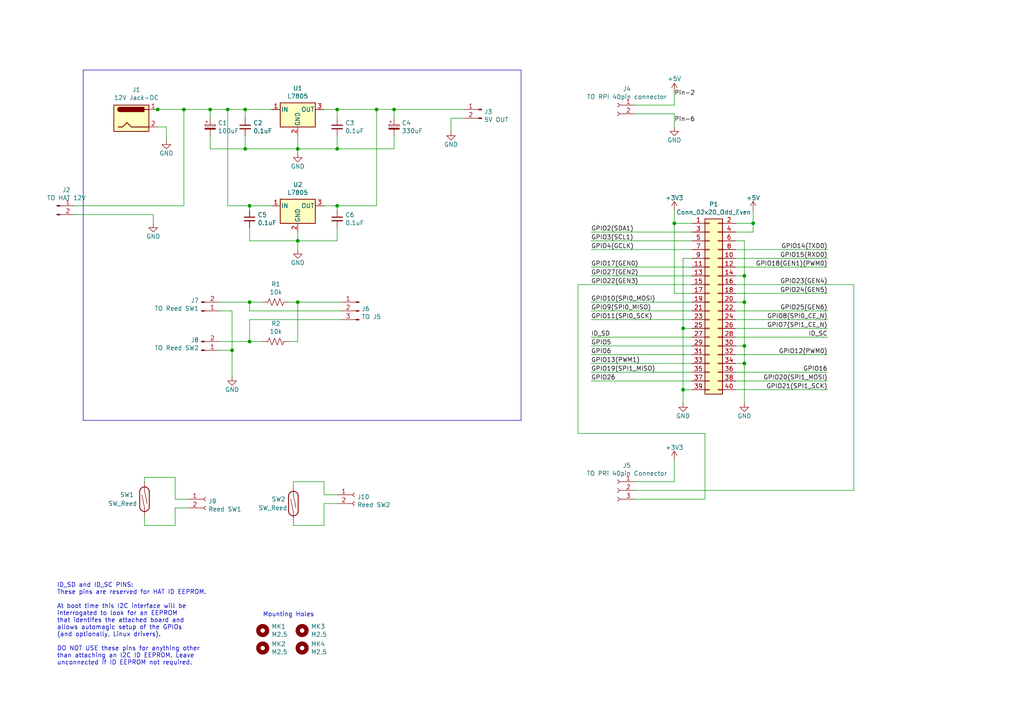
<source format=kicad_sch>
(kicad_sch (version 20230121) (generator eeschema)
  (paper "A4")
  (title_block (title "M913 ICHIGO-GO ") (date "2022-02-06") (rev "1.00") (company "FAB 878 <Masafumi Horimoto>"))
  (lib_symbols
    (symbol "Connector:Jack-DC" (pin_names (offset 1.016))
      (property "Reference" "J" (at 0 5.334 0))
      (property "Value" "Jack-DC" (at 0 -5.08 0))
      (symbol "Jack-DC_0_1"
        (rectangle (start -5.08 3.81) (end 5.08 -3.81) (stroke (width 0.254)) (fill (type background)))
        (arc (start -3.302 3.175) (mid -3.9343 2.54) (end -3.302 1.905) (stroke (width 0.254)))
        (arc (start -3.302 3.175) (mid -3.9343 2.54) (end -3.302 1.905) (stroke (width 0.254)) (fill (type outline)))
        (polyline (pts (xy 5.08 2.54) (xy 3.81 2.54)) (stroke (width 0.254)))
        (polyline (pts (xy -3.81 -2.54) (xy -2.54 -2.54) (xy -1.27 -1.27) (xy 0 -2.54) (xy 2.54 -2.54) (xy 5.08 -2.54)) (stroke (width 0.254)))
        (rectangle (start 3.683 3.175) (end -3.302 1.905) (stroke (width 0.254)) (fill (type outline)))
      )
      (symbol "Jack-DC_1_1"
        (pin passive line (at 7.62 2.54 180) (length 2.54) (name "~") (number "1"))
        (pin passive line (at 7.62 -2.54 180) (length 2.54) (name "~") (number "2"))
      )
    )
    (symbol "Connector_Generic:Conn_02x20_Odd_Even" (pin_names (offset 1.016) hide)
      (property "Reference" "J" (at 1.27 25.4 0))
      (property "Value" "Conn_02x20_Odd_Even" (at 1.27 -27.94 0))
      (symbol "Conn_02x20_Odd_Even_1_1"
        (rectangle (start -1.27 -25.273) (end 0 -25.527) (stroke (width 0.1524)))
        (rectangle (start -1.27 -22.733) (end 0 -22.987) (stroke (width 0.1524)))
        (rectangle (start -1.27 -20.193) (end 0 -20.447) (stroke (width 0.1524)))
        (rectangle (start -1.27 -17.653) (end 0 -17.907) (stroke (width 0.1524)))
        (rectangle (start -1.27 -15.113) (end 0 -15.367) (stroke (width 0.1524)))
        (rectangle (start -1.27 -12.573) (end 0 -12.827) (stroke (width 0.1524)))
        (rectangle (start -1.27 -10.033) (end 0 -10.287) (stroke (width 0.1524)))
        (rectangle (start -1.27 -7.493) (end 0 -7.747) (stroke (width 0.1524)))
        (rectangle (start -1.27 -4.953) (end 0 -5.207) (stroke (width 0.1524)))
        (rectangle (start -1.27 -2.413) (end 0 -2.667) (stroke (width 0.1524)))
        (rectangle (start -1.27 0.127) (end 0 -0.127) (stroke (width 0.1524)))
        (rectangle (start -1.27 2.667) (end 0 2.413) (stroke (width 0.1524)))
        (rectangle (start -1.27 5.207) (end 0 4.953) (stroke (width 0.1524)))
        (rectangle (start -1.27 7.747) (end 0 7.493) (stroke (width 0.1524)))
        (rectangle (start -1.27 10.287) (end 0 10.033) (stroke (width 0.1524)))
        (rectangle (start -1.27 12.827) (end 0 12.573) (stroke (width 0.1524)))
        (rectangle (start -1.27 15.367) (end 0 15.113) (stroke (width 0.1524)))
        (rectangle (start -1.27 17.907) (end 0 17.653) (stroke (width 0.1524)))
        (rectangle (start -1.27 20.447) (end 0 20.193) (stroke (width 0.1524)))
        (rectangle (start -1.27 22.987) (end 0 22.733) (stroke (width 0.1524)))
        (rectangle (start -1.27 24.13) (end 3.81 -26.67) (stroke (width 0.254)) (fill (type background)))
        (rectangle (start 3.81 -25.273) (end 2.54 -25.527) (stroke (width 0.1524)))
        (rectangle (start 3.81 -22.733) (end 2.54 -22.987) (stroke (width 0.1524)))
        (rectangle (start 3.81 -20.193) (end 2.54 -20.447) (stroke (width 0.1524)))
        (rectangle (start 3.81 -17.653) (end 2.54 -17.907) (stroke (width 0.1524)))
        (rectangle (start 3.81 -15.113) (end 2.54 -15.367) (stroke (width 0.1524)))
        (rectangle (start 3.81 -12.573) (end 2.54 -12.827) (stroke (width 0.1524)))
        (rectangle (start 3.81 -10.033) (end 2.54 -10.287) (stroke (width 0.1524)))
        (rectangle (start 3.81 -7.493) (end 2.54 -7.747) (stroke (width 0.1524)))
        (rectangle (start 3.81 -4.953) (end 2.54 -5.207) (stroke (width 0.1524)))
        (rectangle (start 3.81 -2.413) (end 2.54 -2.667) (stroke (width 0.1524)))
        (rectangle (start 3.81 0.127) (end 2.54 -0.127) (stroke (width 0.1524)))
        (rectangle (start 3.81 2.667) (end 2.54 2.413) (stroke (width 0.1524)))
        (rectangle (start 3.81 5.207) (end 2.54 4.953) (stroke (width 0.1524)))
        (rectangle (start 3.81 7.747) (end 2.54 7.493) (stroke (width 0.1524)))
        (rectangle (start 3.81 10.287) (end 2.54 10.033) (stroke (width 0.1524)))
        (rectangle (start 3.81 12.827) (end 2.54 12.573) (stroke (width 0.1524)))
        (rectangle (start 3.81 15.367) (end 2.54 15.113) (stroke (width 0.1524)))
        (rectangle (start 3.81 17.907) (end 2.54 17.653) (stroke (width 0.1524)))
        (rectangle (start 3.81 20.447) (end 2.54 20.193) (stroke (width 0.1524)))
        (rectangle (start 3.81 22.987) (end 2.54 22.733) (stroke (width 0.1524)))
        (pin passive line (at -5.08 22.86 0) (length 3.81) (name "Pin_1") (number "1"))
        (pin passive line (at 7.62 12.7 180) (length 3.81) (name "Pin_10") (number "10"))
        (pin passive line (at -5.08 10.16 0) (length 3.81) (name "Pin_11") (number "11"))
        (pin passive line (at 7.62 10.16 180) (length 3.81) (name "Pin_12") (number "12"))
        (pin passive line (at -5.08 7.62 0) (length 3.81) (name "Pin_13") (number "13"))
        (pin passive line (at 7.62 7.62 180) (length 3.81) (name "Pin_14") (number "14"))
        (pin passive line (at -5.08 5.08 0) (length 3.81) (name "Pin_15") (number "15"))
        (pin passive line (at 7.62 5.08 180) (length 3.81) (name "Pin_16") (number "16"))
        (pin passive line (at -5.08 2.54 0) (length 3.81) (name "Pin_17") (number "17"))
        (pin passive line (at 7.62 2.54 180) (length 3.81) (name "Pin_18") (number "18"))
        (pin passive line (at -5.08 0 0) (length 3.81) (name "Pin_19") (number "19"))
        (pin passive line (at 7.62 22.86 180) (length 3.81) (name "Pin_2") (number "2"))
        (pin passive line (at 7.62 0 180) (length 3.81) (name "Pin_20") (number "20"))
        (pin passive line (at -5.08 -2.54 0) (length 3.81) (name "Pin_21") (number "21"))
        (pin passive line (at 7.62 -2.54 180) (length 3.81) (name "Pin_22") (number "22"))
        (pin passive line (at -5.08 -5.08 0) (length 3.81) (name "Pin_23") (number "23"))
        (pin passive line (at 7.62 -5.08 180) (length 3.81) (name "Pin_24") (number "24"))
        (pin passive line (at -5.08 -7.62 0) (length 3.81) (name "Pin_25") (number "25"))
        (pin passive line (at 7.62 -7.62 180) (length 3.81) (name "Pin_26") (number "26"))
        (pin passive line (at -5.08 -10.16 0) (length 3.81) (name "Pin_27") (number "27"))
        (pin passive line (at 7.62 -10.16 180) (length 3.81) (name "Pin_28") (number "28"))
        (pin passive line (at -5.08 -12.7 0) (length 3.81) (name "Pin_29") (number "29"))
        (pin passive line (at -5.08 20.32 0) (length 3.81) (name "Pin_3") (number "3"))
        (pin passive line (at 7.62 -12.7 180) (length 3.81) (name "Pin_30") (number "30"))
        (pin passive line (at -5.08 -15.24 0) (length 3.81) (name "Pin_31") (number "31"))
        (pin passive line (at 7.62 -15.24 180) (length 3.81) (name "Pin_32") (number "32"))
        (pin passive line (at -5.08 -17.78 0) (length 3.81) (name "Pin_33") (number "33"))
        (pin passive line (at 7.62 -17.78 180) (length 3.81) (name "Pin_34") (number "34"))
        (pin passive line (at -5.08 -20.32 0) (length 3.81) (name "Pin_35") (number "35"))
        (pin passive line (at 7.62 -20.32 180) (length 3.81) (name "Pin_36") (number "36"))
        (pin passive line (at -5.08 -22.86 0) (length 3.81) (name "Pin_37") (number "37"))
        (pin passive line (at 7.62 -22.86 180) (length 3.81) (name "Pin_38") (number "38"))
        (pin passive line (at -5.08 -25.4 0) (length 3.81) (name "Pin_39") (number "39"))
        (pin passive line (at 7.62 20.32 180) (length 3.81) (name "Pin_4") (number "4"))
        (pin passive line (at 7.62 -25.4 180) (length 3.81) (name "Pin_40") (number "40"))
        (pin passive line (at -5.08 17.78 0) (length 3.81) (name "Pin_5") (number "5"))
        (pin passive line (at 7.62 17.78 180) (length 3.81) (name "Pin_6") (number "6"))
        (pin passive line (at -5.08 15.24 0) (length 3.81) (name "Pin_7") (number "7"))
        (pin passive line (at 7.62 15.24 180) (length 3.81) (name "Pin_8") (number "8"))
        (pin passive line (at -5.08 12.7 0) (length 3.81) (name "Pin_9") (number "9"))
      )
    )
    (symbol "Device:C_Small" (pin_numbers hide) (pin_names (offset 0.254) hide)
      (property "Reference" "C" (at 0.254 1.778 0))
      (property "Value" "C_Small" (at 0.254 -2.032 0))
      (symbol "C_Small_0_1"
        (polyline (pts (xy -1.524 -0.508) (xy 1.524 -0.508)) (stroke (width 0.3302)))
        (polyline (pts (xy -1.524 0.508) (xy 1.524 0.508)) (stroke (width 0.3048)))
      )
      (symbol "C_Small_1_1"
        (pin passive line (at 0 2.54 270) (length 2.032) (name "~") (number "1"))
        (pin passive line (at 0 -2.54 90) (length 2.032) (name "~") (number "2"))
      )
    )
    (symbol "Device:R_US" (pin_numbers hide) (pin_names (offset 0))
      (property "Reference" "R" (at 2.54 0 90))
      (property "Value" "R_US" (at -2.54 0 90))
      (symbol "R_US_0_1"
        (polyline (pts (xy 0 -2.286) (xy 0 -2.54)))
        (polyline (pts (xy 0 2.286) (xy 0 2.54)))
        (polyline (pts (xy 0 -0.762) (xy 1.016 -1.143) (xy 0 -1.524) (xy -1.016 -1.905) (xy 0 -2.286)))
        (polyline (pts (xy 0 0.762) (xy 1.016 0.381) (xy 0 0) (xy -1.016 -0.381) (xy 0 -0.762)))
        (polyline (pts (xy 0 2.286) (xy 1.016 1.905) (xy 0 1.524) (xy -1.016 1.143) (xy 0 0.762)))
      )
      (symbol "R_US_1_1"
        (pin passive line (at 0 3.81 270) (length 1.27) (name "~") (number "1"))
        (pin passive line (at 0 -3.81 90) (length 1.27) (name "~") (number "2"))
      )
    )
    (symbol "M913-rescue:+3.3V-power" (power) (pin_names (offset 0))
      (property "Value" "+3.3V-power" (at 0 3.556 0))
      (symbol "+3.3V-power_0_1"
        (polyline (pts (xy -0.762 1.27) (xy 0 2.54)))
        (polyline (pts (xy 0 0) (xy 0 2.54)))
        (polyline (pts (xy 0 2.54) (xy 0.762 1.27)))
      )
      (symbol "+3.3V-power_1_1"
        (pin power_in line (at 0 0 90) (length 0) hide (name "+3V3") (number "1"))
      )
    )
    (symbol "M913-rescue:CP_Small-Device" (pin_numbers hide) (pin_names (offset 0.254) hide)
      (property "Reference" "C" (at 0.254 1.778 0))
      (property "Value" "Device_CP_Small" (at 0.254 -2.032 0))
      (symbol "CP_Small-Device_0_1"
        (rectangle (start -1.524 -0.3048) (end 1.524 -0.6858) (fill (type outline)))
        (rectangle (start -1.524 0.6858) (end 1.524 0.3048))
        (polyline (pts (xy -1.27 1.524) (xy -0.762 1.524)))
        (polyline (pts (xy -1.016 1.27) (xy -1.016 1.778)))
      )
      (symbol "CP_Small-Device_1_1"
        (pin passive line (at 0 2.54 270) (length 1.8542) (name "~") (number "1"))
        (pin passive line (at 0 -2.54 90) (length 1.8542) (name "~") (number "2"))
      )
    )
    (symbol "M913-rescue:Conn_01x02_Female-Connector" (pin_names (offset 1.016) hide)
      (property "Reference" "J" (at 0 2.54 0))
      (property "Value" "Connector_Conn_01x02_Female" (at 0 -5.08 0))
      (symbol "Conn_01x02_Female-Connector_1_1"
        (arc (start 0 -2.032) (mid -0.5058 -2.54) (end 0 -3.048) (stroke (width 0.1524)))
        (polyline (pts (xy -1.27 -2.54) (xy -0.508 -2.54)) (stroke (width 0.1524)))
        (polyline (pts (xy -1.27 0) (xy -0.508 0)) (stroke (width 0.1524)))
        (arc (start 0 0.508) (mid -0.5058 0) (end 0 -0.508) (stroke (width 0.1524)))
        (pin passive line (at -5.08 0 0) (length 3.81) (name "Pin_1") (number "1"))
        (pin passive line (at -5.08 -2.54 0) (length 3.81) (name "Pin_2") (number "2"))
      )
    )
    (symbol "M913-rescue:Conn_01x02_Male-Connector" (pin_names (offset 1.016) hide)
      (property "Reference" "J" (at 0 2.54 0))
      (property "Value" "Connector_Conn_01x02_Male" (at 0 -5.08 0))
      (symbol "Conn_01x02_Male-Connector_1_1"
        (polyline (pts (xy 1.27 -2.54) (xy 0.8636 -2.54)) (stroke (width 0.1524)))
        (polyline (pts (xy 1.27 0) (xy 0.8636 0)) (stroke (width 0.1524)))
        (rectangle (start 0.8636 -2.413) (end 0 -2.667) (stroke (width 0.1524)) (fill (type outline)))
        (rectangle (start 0.8636 0.127) (end 0 -0.127) (stroke (width 0.1524)) (fill (type outline)))
        (pin passive line (at 5.08 0 180) (length 3.81) (name "Pin_1") (number "1"))
        (pin passive line (at 5.08 -2.54 180) (length 3.81) (name "Pin_2") (number "2"))
      )
    )
    (symbol "M913-rescue:Conn_01x03_Female-Connector" (pin_names (offset 1.016) hide)
      (property "Reference" "J" (at 0 5.08 0))
      (property "Value" "Connector_Conn_01x03_Female" (at 0 -5.08 0))
      (symbol "Conn_01x03_Female-Connector_1_1"
        (arc (start 0 -2.032) (mid -0.5058 -2.54) (end 0 -3.048) (stroke (width 0.1524)))
        (polyline (pts (xy -1.27 -2.54) (xy -0.508 -2.54)) (stroke (width 0.1524)))
        (polyline (pts (xy -1.27 0) (xy -0.508 0)) (stroke (width 0.1524)))
        (polyline (pts (xy -1.27 2.54) (xy -0.508 2.54)) (stroke (width 0.1524)))
        (arc (start 0 0.508) (mid -0.5058 0) (end 0 -0.508) (stroke (width 0.1524)))
        (arc (start 0 3.048) (mid -0.5058 2.54) (end 0 2.032) (stroke (width 0.1524)))
        (pin passive line (at -5.08 2.54 0) (length 3.81) (name "Pin_1") (number "1"))
        (pin passive line (at -5.08 0 0) (length 3.81) (name "Pin_2") (number "2"))
        (pin passive line (at -5.08 -2.54 0) (length 3.81) (name "Pin_3") (number "3"))
      )
    )
    (symbol "M913-rescue:Conn_01x03_Male-Connector" (pin_names (offset 1.016) hide)
      (property "Reference" "J" (at 0 5.08 0))
      (property "Value" "Connector_Conn_01x03_Male" (at 0 -5.08 0))
      (symbol "Conn_01x03_Male-Connector_1_1"
        (polyline (pts (xy 1.27 -2.54) (xy 0.8636 -2.54)) (stroke (width 0.1524)))
        (polyline (pts (xy 1.27 0) (xy 0.8636 0)) (stroke (width 0.1524)))
        (polyline (pts (xy 1.27 2.54) (xy 0.8636 2.54)) (stroke (width 0.1524)))
        (rectangle (start 0.8636 -2.413) (end 0 -2.667) (stroke (width 0.1524)) (fill (type outline)))
        (rectangle (start 0.8636 0.127) (end 0 -0.127) (stroke (width 0.1524)) (fill (type outline)))
        (rectangle (start 0.8636 2.667) (end 0 2.413) (stroke (width 0.1524)) (fill (type outline)))
        (pin passive line (at 5.08 2.54 180) (length 3.81) (name "Pin_1") (number "1"))
        (pin passive line (at 5.08 0 180) (length 3.81) (name "Pin_2") (number "2"))
        (pin passive line (at 5.08 -2.54 180) (length 3.81) (name "Pin_3") (number "3"))
      )
    )
    (symbol "M913-rescue:Mounting_Hole-Mechanical" (pin_names (offset 1.016))
      (property "Reference" "MK" (at 0 5.08 0))
      (property "Value" "Mounting_Hole-Mechanical" (at 0 3.175 0))
      (symbol "Mounting_Hole-Mechanical_0_1"
        (circle (center 0 0) (radius 1.27) (stroke (width 1.27)))
      )
    )
    (symbol "Regulator_Linear:L7805" (pin_names (offset 0.254))
      (property "Reference" "U" (at -3.81 3.175 0))
      (property "Value" "L7805" (at 0 3.175 0))
      (symbol "L7805_0_1"
        (rectangle (start -5.08 1.905) (end 5.08 -5.08) (stroke (width 0.254)) (fill (type background)))
      )
      (symbol "L7805_1_1"
        (pin power_in line (at -7.62 0 0) (length 2.54) (name "IN") (number "1"))
        (pin power_in line (at 0 -7.62 90) (length 2.54) (name "GND") (number "2"))
        (pin power_out line (at 7.62 0 180) (length 2.54) (name "OUT") (number "3"))
      )
    )
    (symbol "Switch:SW_Reed" (pin_numbers hide) (pin_names (offset 0) hide)
      (property "Reference" "SW" (at 0 2.54 0))
      (property "Value" "SW_Reed" (at 0 -2.54 0))
      (symbol "SW_Reed_0_0"
        (arc (start -2.159 1.397) (mid -3.55 0) (end -2.159 -1.397) (stroke (width 0.254)))
        (polyline (pts (xy -2.54 0) (xy 1.27 0.762)))
        (polyline (pts (xy -2.159 -1.397) (xy 2.286 -1.397)) (stroke (width 0.254)))
        (polyline (pts (xy 2.159 1.397) (xy -2.159 1.397)) (stroke (width 0.254)))
        (polyline (pts (xy 2.54 0) (xy -1.27 -0.762)))
        (arc (start 2.159 -1.397) (mid 3.55 0) (end 2.159 1.397) (stroke (width 0.254)))
      )
      (symbol "SW_Reed_1_1"
        (pin passive line (at -5.08 0 0) (length 2.54) (name "1") (number "1"))
        (pin passive line (at 5.08 0 180) (length 2.54) (name "2") (number "2"))
      )
    )
    (symbol "power:+5V" (power) (pin_names (offset 0))
      (property "Value" "+5V" (at 0 3.556 0))
      (symbol "+5V_0_1"
        (polyline (pts (xy -0.762 1.27) (xy 0 2.54)))
        (polyline (pts (xy 0 0) (xy 0 2.54)))
        (polyline (pts (xy 0 2.54) (xy 0.762 1.27)))
      )
      (symbol "+5V_1_1"
        (pin power_in line (at 0 0 90) (length 0) hide (name "+5V") (number "1"))
      )
    )
    (symbol "power:GND" (power) (pin_names (offset 0))
      (property "Value" "GND" (at 0 -3.81 0))
      (symbol "GND_0_1"
        (polyline (pts (xy 0 0) (xy 0 -1.27) (xy 1.27 -1.27) (xy 0 -2.54) (xy -1.27 -1.27) (xy 0 -1.27)))
      )
      (symbol "GND_1_1"
        (pin power_in line (at 0 0 270) (length 0) hide (name "GND") (number "1"))
      )
    )
  )
  (junction (at 53.34 31.75))
  (junction (at 67.31 101.6))
  (junction (at 66.04 31.75))
  (junction (at 215.9 100.33))
  (junction (at 72.39 99.06))
  (junction (at 71.12 43.18))
  (junction (at 97.79 43.18))
  (junction (at 71.12 31.75))
  (junction (at 198.12 95.25))
  (junction (at 72.39 87.63))
  (junction (at 86.36 43.18))
  (junction (at 60.96 31.75))
  (junction (at 72.39 59.69))
  (junction (at 215.9 87.63))
  (junction (at 215.9 80.01))
  (junction (at 97.79 31.75))
  (junction (at 97.79 59.69))
  (junction (at 109.22 31.75))
  (junction (at 195.58 64.77))
  (junction (at 215.9 105.41))
  (junction (at 45.72 31.75))
  (junction (at 114.3 31.75))
  (junction (at 198.12 113.03))
  (junction (at 86.36 69.85))
  (junction (at 218.44 64.77))
  (junction (at 86.36 87.63))
  (wire (pts (xy 114.3 34.29) (xy 114.3 31.75)))
  (wire (pts (xy 198.12 95.25) (xy 200.66 95.25)))
  (wire (pts (xy 50.8 147.32) (xy 54.61 147.32)))
  (wire (pts (xy 198.12 113.03) (xy 200.66 113.03)))
  (wire (pts (xy 97.79 59.69) (xy 109.22 59.69)))
  (wire (pts (xy 21.59 62.23) (xy 44.45 62.23)))
  (wire (pts (xy 85.09 152.4) (xy 93.98 152.4)))
  (wire (pts (xy 71.12 43.18) (xy 86.36 43.18)))
  (wire (pts (xy 215.9 87.63) (xy 215.9 100.33)))
  (wire (pts (xy 204.47 125.73) (xy 167.64 125.73)))
  (wire (pts (xy 198.12 74.93) (xy 198.12 95.25)))
  (wire (pts (xy 215.9 100.33) (xy 215.9 105.41)))
  (wire (pts (xy 213.36 72.39) (xy 240.03 72.39)))
  (wire (pts (xy 171.45 107.95) (xy 200.66 107.95)))
  (wire (pts (xy 184.15 144.78) (xy 204.47 144.78)))
  (wire (pts (xy 167.64 82.55) (xy 200.66 82.55)))
  (wire (pts (xy 72.39 92.71) (xy 99.06 92.71)))
  (wire (pts (xy 72.39 66.04) (xy 72.39 69.85)))
  (wire (pts (xy 109.22 59.69) (xy 109.22 31.75)))
  (wire (pts (xy 213.36 92.71) (xy 240.03 92.71)))
  (wire (pts (xy 78.74 59.69) (xy 72.39 59.69)))
  (wire (pts (xy 215.9 69.85) (xy 213.36 69.85)))
  (wire (pts (xy 215.9 105.41) (xy 215.9 116.84)))
  (wire (pts (xy 50.8 152.4) (xy 50.8 147.32)))
  (wire (pts (xy 72.39 90.17) (xy 72.39 87.63)))
  (polyline (pts (xy 24.13 20.32) (xy 151.13 20.32)))
  (wire (pts (xy 171.45 80.01) (xy 200.66 80.01)))
  (wire (pts (xy 213.36 90.17) (xy 240.03 90.17)))
  (wire (pts (xy 45.72 36.83) (xy 48.26 36.83)))
  (wire (pts (xy 213.36 82.55) (xy 247.65 82.55)))
  (wire (pts (xy 213.36 74.93) (xy 240.03 74.93)))
  (wire (pts (xy 200.66 105.41) (xy 171.45 105.41)))
  (wire (pts (xy 114.3 31.75) (xy 134.62 31.75)))
  (wire (pts (xy 67.31 101.6) (xy 67.31 109.22)))
  (wire (pts (xy 72.39 59.69) (xy 66.04 59.69)))
  (wire (pts (xy 195.58 64.77) (xy 200.66 64.77)))
  (wire (pts (xy 41.91 139.7) (xy 41.91 138.43)))
  (wire (pts (xy 213.36 85.09) (xy 240.03 85.09)))
  (wire (pts (xy 130.81 34.29) (xy 130.81 38.1)))
  (wire (pts (xy 213.36 107.95) (xy 240.03 107.95)))
  (wire (pts (xy 213.36 95.25) (xy 240.03 95.25)))
  (wire (pts (xy 97.79 66.04) (xy 97.79 69.85)))
  (wire (pts (xy 60.96 31.75) (xy 66.04 31.75)))
  (wire (pts (xy 218.44 60.96) (xy 218.44 64.77)))
  (wire (pts (xy 99.06 87.63) (xy 86.36 87.63)))
  (wire (pts (xy 76.2 99.06) (xy 72.39 99.06)))
  (wire (pts (xy 60.96 34.29) (xy 60.96 31.75)))
  (wire (pts (xy 218.44 64.77) (xy 213.36 64.77)))
  (wire (pts (xy 72.39 69.85) (xy 86.36 69.85)))
  (wire (pts (xy 63.5 90.17) (xy 67.31 90.17)))
  (wire (pts (xy 72.39 99.06) (xy 63.5 99.06)))
  (wire (pts (xy 50.8 144.78) (xy 54.61 144.78)))
  (wire (pts (xy 184.15 139.7) (xy 195.58 139.7)))
  (wire (pts (xy 195.58 60.96) (xy 195.58 64.77)))
  (wire (pts (xy 71.12 34.29) (xy 71.12 31.75)))
  (wire (pts (xy 213.36 110.49) (xy 240.03 110.49)))
  (polyline (pts (xy 151.13 20.32) (xy 151.13 121.92)))
  (wire (pts (xy 195.58 64.77) (xy 195.58 85.09)))
  (wire (pts (xy 171.45 100.33) (xy 200.66 100.33)))
  (wire (pts (xy 200.66 77.47) (xy 171.45 77.47)))
  (wire (pts (xy 86.36 39.37) (xy 86.36 43.18)))
  (wire (pts (xy 93.98 31.75) (xy 97.79 31.75)))
  (wire (pts (xy 247.65 142.24) (xy 184.15 142.24)))
  (wire (pts (xy 171.45 69.85) (xy 200.66 69.85)))
  (wire (pts (xy 204.47 144.78) (xy 204.47 125.73)))
  (wire (pts (xy 184.15 30.48) (xy 195.58 30.48)))
  (wire (pts (xy 171.45 72.39) (xy 200.66 72.39)))
  (wire (pts (xy 86.36 69.85) (xy 86.36 67.31)))
  (wire (pts (xy 198.12 95.25) (xy 198.12 113.03)))
  (wire (pts (xy 45.72 31.75) (xy 53.34 31.75)))
  (wire (pts (xy 97.79 69.85) (xy 86.36 69.85)))
  (wire (pts (xy 48.26 36.83) (xy 48.26 40.64)))
  (wire (pts (xy 109.22 31.75) (xy 114.3 31.75)))
  (wire (pts (xy 71.12 39.37) (xy 71.12 43.18)))
  (wire (pts (xy 66.04 31.75) (xy 71.12 31.75)))
  (wire (pts (xy 63.5 87.63) (xy 72.39 87.63)))
  (wire (pts (xy 72.39 99.06) (xy 72.39 92.71)))
  (polyline (pts (xy 24.13 121.92) (xy 24.13 20.32)))
  (wire (pts (xy 215.9 69.85) (xy 215.9 80.01)))
  (wire (pts (xy 200.66 87.63) (xy 171.45 87.63)))
  (wire (pts (xy 66.04 59.69) (xy 66.04 31.75)))
  (wire (pts (xy 215.9 80.01) (xy 215.9 87.63)))
  (wire (pts (xy 114.3 39.37) (xy 114.3 43.18)))
  (wire (pts (xy 213.36 77.47) (xy 240.03 77.47)))
  (wire (pts (xy 215.9 100.33) (xy 213.36 100.33)))
  (wire (pts (xy 218.44 67.31) (xy 213.36 67.31)))
  (wire (pts (xy 171.45 102.87) (xy 200.66 102.87)))
  (wire (pts (xy 60.96 39.37) (xy 60.96 43.18)))
  (wire (pts (xy 167.64 125.73) (xy 167.64 82.55)))
  (wire (pts (xy 97.79 39.37) (xy 97.79 43.18)))
  (wire (pts (xy 41.91 138.43) (xy 50.8 138.43)))
  (wire (pts (xy 114.3 43.18) (xy 97.79 43.18)))
  (wire (pts (xy 200.66 97.79) (xy 171.45 97.79)))
  (wire (pts (xy 213.36 97.79) (xy 240.03 97.79)))
  (wire (pts (xy 86.36 72.39) (xy 86.36 69.85)))
  (wire (pts (xy 171.45 110.49) (xy 200.66 110.49)))
  (wire (pts (xy 53.34 31.75) (xy 60.96 31.75)))
  (wire (pts (xy 86.36 43.18) (xy 86.36 44.45)))
  (wire (pts (xy 97.79 60.96) (xy 97.79 59.69)))
  (wire (pts (xy 171.45 90.17) (xy 200.66 90.17)))
  (wire (pts (xy 218.44 64.77) (xy 218.44 67.31)))
  (wire (pts (xy 200.66 67.31) (xy 171.45 67.31)))
  (wire (pts (xy 50.8 138.43) (xy 50.8 144.78)))
  (wire (pts (xy 85.09 140.97) (xy 85.09 139.7)))
  (wire (pts (xy 97.79 31.75) (xy 109.22 31.75)))
  (wire (pts (xy 195.58 139.7) (xy 195.58 133.35)))
  (wire (pts (xy 215.9 105.41) (xy 213.36 105.41)))
  (wire (pts (xy 53.34 59.69) (xy 53.34 31.75)))
  (wire (pts (xy 215.9 87.63) (xy 213.36 87.63)))
  (wire (pts (xy 86.36 87.63) (xy 86.36 99.06)))
  (wire (pts (xy 21.59 59.69) (xy 53.34 59.69)))
  (wire (pts (xy 213.36 113.03) (xy 240.03 113.03)))
  (wire (pts (xy 44.45 62.23) (xy 44.45 64.77)))
  (wire (pts (xy 63.5 101.6) (xy 67.31 101.6)))
  (wire (pts (xy 247.65 82.55) (xy 247.65 142.24)))
  (wire (pts (xy 198.12 74.93) (xy 200.66 74.93)))
  (wire (pts (xy 85.09 139.7) (xy 93.98 139.7)))
  (wire (pts (xy 85.09 151.13) (xy 85.09 152.4)))
  (wire (pts (xy 93.98 152.4) (xy 93.98 146.05)))
  (wire (pts (xy 93.98 143.51) (xy 97.79 143.51)))
  (wire (pts (xy 198.12 113.03) (xy 198.12 116.84)))
  (wire (pts (xy 44.45 31.75) (xy 45.72 31.75)))
  (wire (pts (xy 97.79 34.29) (xy 97.79 31.75)))
  (wire (pts (xy 215.9 80.01) (xy 213.36 80.01)))
  (wire (pts (xy 134.62 34.29) (xy 130.81 34.29)))
  (wire (pts (xy 41.91 152.4) (xy 50.8 152.4)))
  (wire (pts (xy 71.12 31.75) (xy 78.74 31.75)))
  (wire (pts (xy 99.06 90.17) (xy 72.39 90.17)))
  (wire (pts (xy 195.58 30.48) (xy 195.58 26.67)))
  (wire (pts (xy 86.36 87.63) (xy 83.82 87.63)))
  (wire (pts (xy 184.15 33.02) (xy 195.58 33.02)))
  (wire (pts (xy 93.98 139.7) (xy 93.98 143.51)))
  (wire (pts (xy 195.58 33.02) (xy 195.58 36.83)))
  (wire (pts (xy 97.79 43.18) (xy 86.36 43.18)))
  (wire (pts (xy 41.91 149.86) (xy 41.91 152.4)))
  (wire (pts (xy 72.39 87.63) (xy 76.2 87.63)))
  (wire (pts (xy 195.58 85.09) (xy 200.66 85.09)))
  (polyline (pts (xy 151.13 121.92) (xy 24.13 121.92)))
  (wire (pts (xy 67.31 90.17) (xy 67.31 101.6)))
  (wire (pts (xy 86.36 99.06) (xy 83.82 99.06)))
  (wire (pts (xy 213.36 102.87) (xy 240.03 102.87)))
  (wire (pts (xy 72.39 60.96) (xy 72.39 59.69)))
  (wire (pts (xy 171.45 92.71) (xy 200.66 92.71)))
  (wire (pts (xy 93.98 59.69) (xy 97.79 59.69)))
  (wire (pts (xy 93.98 146.05) (xy 97.79 146.05)))
  (wire (pts (xy 60.96 43.18) (xy 71.12 43.18)))
  (text "ID_SD and ID_SC PINS:\nThese pins are reserved for HAT ID EEPROM.\n\nAt boot time this I2C interface will be\ninterrogated to look for an EEPROM\nthat identifes the attached board and\nallows automagic setup of the GPIOs\n(and optionally, Linux drivers).\n\nDO NOT USE these pins for anything other\nthan attaching an I2C ID EEPROM. Leave\nunconnected if ID EEPROM not required." (at 16.51 193.04 0) (effects (font (size 1.27 1.27)) (justify left bottom)))
  (text "Mounting Holes" (at 76.2 179.07 0) (effects (font (size 1.27 1.27)) (justify left bottom)))
  (label "ID_SC" (at 240.03 97.79 180))
  (label "GPIO11(SPI0_SCK)" (at 171.45 92.71 0))
  (label "GPIO26" (at 171.45 110.49 0))
  (label "GPIO8(SPI0_CE_N)" (at 240.03 92.71 180))
  (label "GPIO19(SPI1_MISO)" (at 171.45 107.95 0))
  (label "GPIO20(SPI1_MOSI)" (at 240.03 110.49 180))
  (label "GPIO4(GCLK)" (at 171.45 72.39 0))
  (label "GPIO12(PWM0)" (at 240.03 102.87 180))
  (label "GPIO22(GEN3)" (at 171.45 82.55 0))
  (label "GPIO15(RXD0)" (at 240.03 74.93 180))
  (label "GPIO23(GEN4)" (at 240.03 82.55 180))
  (label "Pin-6" (at 195.58 35.56 0))
  (label "GPIO5" (at 171.45 100.33 0))
  (label "GPIO2(SDA1)" (at 171.45 67.31 0))
  (label "GPIO18(GEN1)(PWM0)" (at 240.03 77.47 180))
  (label "GPIO3(SCL1)" (at 171.45 69.85 0))
  (label "GPIO16" (at 240.03 107.95 180))
  (label "GPIO7(SPI1_CE_N)" (at 240.03 95.25 180))
  (label "GPIO27(GEN2)" (at 171.45 80.01 0))
  (label "GPIO9(SPI0_MISO)" (at 171.45 90.17 0))
  (label "GPIO25(GEN6)" (at 240.03 90.17 180))
  (label "GPIO21(SPI1_SCK)" (at 240.03 113.03 180))
  (label "GPIO10(SPI0_MOSI)" (at 171.45 87.63 0))
  (label "Pin-2" (at 195.58 27.94 0))
  (label "GPIO14(TXD0)" (at 240.03 72.39 180))
  (label "ID_SD" (at 171.45 97.79 0))
  (label "GPIO17(GEN0)" (at 171.45 77.47 0))
  (label "GPIO13(PWM1)" (at 171.45 105.41 0))
  (label "GPIO6" (at 171.45 102.87 0))
  (label "GPIO24(GEN5)" (at 240.03 85.09 180))
  (symbol (lib_id "power:+5V") (at 218.44 60.96 0) (unit 1)
    (property "Reference" "#PWR01" (effects hide))
    (property "Value" "+5V" (at 218.44 57.404 0))
  )
  (symbol (lib_id "M913-rescue:+3.3V-power") (at 195.58 60.96 0) (unit 1)
    (property "Reference" "#PWR04" (effects hide))
    (property "Value" "+3.3V" (at 195.58 57.404 0))
  )
  (symbol (lib_id "power:GND") (at 215.9 116.84 0) (unit 1)
    (property "Reference" "#PWR02" (effects hide))
    (property "Value" "GND" (at 215.9 120.65 0))
  )
  (symbol (lib_id "power:GND") (at 198.12 116.84 0) (unit 1)
    (property "Reference" "#PWR03" (effects hide))
    (property "Value" "GND" (at 198.12 120.65 0))
  )
  (symbol (lib_id "M913-rescue:Mounting_Hole-Mechanical") (at 76.2 182.88 0) (unit 1)
    (property "Reference" "MK1" (at 78.74 181.7116 0) (effects (justify left)))
    (property "Value" "M2.5" (at 78.74 184.023 0) (effects (justify left)))
    (property "Footprint" "MountingHole:MountingHole_2.7mm_M2.5" (effects hide))
  )
  (symbol (lib_id "M913-rescue:Mounting_Hole-Mechanical") (at 87.63 182.88 0) (unit 1)
    (property "Reference" "MK3" (at 90.17 181.7116 0) (effects (justify left)))
    (property "Value" "M2.5" (at 90.17 184.023 0) (effects (justify left)))
    (property "Footprint" "MountingHole:MountingHole_2.7mm_M2.5" (effects hide))
  )
  (symbol (lib_id "M913-rescue:Mounting_Hole-Mechanical") (at 76.2 187.96 0) (unit 1)
    (property "Reference" "MK2" (at 78.74 186.7916 0) (effects (justify left)))
    (property "Value" "M2.5" (at 78.74 189.103 0) (effects (justify left)))
    (property "Footprint" "MountingHole:MountingHole_2.7mm_M2.5" (effects hide))
  )
  (symbol (lib_id "M913-rescue:Mounting_Hole-Mechanical") (at 87.63 187.96 0) (unit 1)
    (property "Reference" "MK4" (at 90.17 186.7916 0) (effects (justify left)))
    (property "Value" "M2.5" (at 90.17 189.103 0) (effects (justify left)))
    (property "Footprint" "MountingHole:MountingHole_2.7mm_M2.5" (effects hide))
  )
  (symbol (lib_id "Connector_Generic:Conn_02x20_Odd_Even") (at 205.74 87.63 0) (unit 1)
    (property "Reference" "P1" (at 207.01 59.2582 0))
    (property "Value" "Conn_02x20_Odd_Even" (at 207.01 61.5696 0))
    (property "Footprint" "Connector_PinSocket_2.54mm:PinSocket_2x20_P2.54mm_Vertical" (effects hide))
  )
  (symbol (lib_id "Regulator_Linear:L7805") (at 86.36 31.75 0) (unit 1)
    (property "Reference" "U1" (at 86.36 25.6032 0))
    (property "Value" "L7805" (at 86.36 27.9146 0))
    (property "Footprint" "Package_TO_SOT_THT:TO-220-3_Vertical" (effects hide))
    (property "Datasheet" "http://www.st.com/content/ccc/resource/technical/document/datasheet/41/4f/b3/b0/12/d4/47/88/CD00000444.pdf/files/CD00000444.pdf/jcr:content/translations/en.CD00000444.pdf" (effects hide))
  )
  (symbol (lib_id "Regulator_Linear:L7805") (at 86.36 59.69 0) (unit 1)
    (property "Reference" "U2" (at 86.36 53.5432 0))
    (property "Value" "L7805" (at 86.36 55.8546 0))
    (property "Footprint" "Package_TO_SOT_THT:TO-220-3_Vertical" (effects hide))
    (property "Datasheet" "http://www.st.com/content/ccc/resource/technical/document/datasheet/41/4f/b3/b0/12/d4/47/88/CD00000444.pdf/files/CD00000444.pdf/jcr:content/translations/en.CD00000444.pdf" (effects hide))
  )
  (symbol (lib_id "M913-rescue:CP_Small-Device") (at 60.96 36.83 0) (unit 1)
    (property "Reference" "C1" (at 63.1952 35.6616 0) (effects (justify left)))
    (property "Value" "100uF" (at 63.1952 37.973 0) (effects (justify left)))
    (property "Footprint" "Capacitor_THT:CP_Radial_D6.3mm_P2.50mm" (effects hide))
  )
  (symbol (lib_id "M913-rescue:CP_Small-Device") (at 114.3 36.83 0) (unit 1)
    (property "Reference" "C4" (at 116.5352 35.6616 0) (effects (justify left)))
    (property "Value" "330uF" (at 116.5352 37.973 0) (effects (justify left)))
    (property "Footprint" "Capacitor_THT:CP_Radial_D6.3mm_P2.50mm" (effects hide))
  )
  (symbol (lib_id "Device:C_Small") (at 71.12 36.83 0) (unit 1)
    (property "Reference" "C2" (at 73.4568 35.6616 0) (effects (justify left)))
    (property "Value" "0.1uF" (at 73.4568 37.973 0) (effects (justify left)))
    (property "Footprint" "Capacitor_THT:C_Disc_D3.0mm_W1.6mm_P2.50mm" (effects hide))
  )
  (symbol (lib_id "Device:C_Small") (at 97.79 36.83 0) (unit 1)
    (property "Reference" "C3" (at 100.1268 35.6616 0) (effects (justify left)))
    (property "Value" "0.1uF" (at 100.1268 37.973 0) (effects (justify left)))
    (property "Footprint" "Capacitor_THT:C_Disc_D3.0mm_W1.6mm_P2.50mm" (effects hide))
  )
  (symbol (lib_id "Device:C_Small") (at 97.79 63.5 0) (unit 1)
    (property "Reference" "C6" (at 100.1268 62.3316 0) (effects (justify left)))
    (property "Value" "0.1uF" (at 100.1268 64.643 0) (effects (justify left)))
    (property "Footprint" "Capacitor_THT:C_Disc_D3.0mm_W1.6mm_P2.50mm" (effects hide))
  )
  (symbol (lib_id "Device:C_Small") (at 72.39 63.5 0) (unit 1)
    (property "Reference" "C5" (at 74.7268 62.3316 0) (effects (justify left)))
    (property "Value" "0.1uF" (at 74.7268 64.643 0) (effects (justify left)))
    (property "Footprint" "Capacitor_THT:C_Disc_D3.0mm_W1.6mm_P2.50mm" (effects hide))
  )
  (symbol (lib_id "Connector:Jack-DC") (at 38.1 34.29 0) (unit 1)
    (property "Reference" "J1" (at 39.5478 26.035 0))
    (property "Value" "12V Jack-DC" (at 39.5478 28.3464 0))
  )
  (symbol (lib_id "M913-rescue:Conn_01x02_Male-Connector") (at 139.7 31.75 0) (mirror y) (unit 1)
    (property "Reference" "J3" (at 140.4112 32.4104 0) (effects (justify right)))
    (property "Value" "5V OUT" (at 140.4112 34.7218 0) (effects (justify right)))
    (property "Footprint" "Connector_JST:JST_EH_B2B-EH-A_1x02_P2.50mm_Vertical" (effects hide))
  )
  (symbol (lib_id "M913-rescue:Conn_01x02_Male-Connector") (at 58.42 90.17 0) (mirror x) (unit 1)
    (property "Reference" "J7" (at 57.7088 87.1728 0) (effects (justify right)))
    (property "Value" "TO Reed SW1" (at 57.7088 89.4842 0) (effects (justify right)))
    (property "Footprint" "Connector_JST:JST_EH_B2B-EH-A_1x02_P2.50mm_Vertical" (effects hide))
  )
  (symbol (lib_id "M913-rescue:Conn_01x02_Male-Connector") (at 58.42 101.6 0) (mirror x) (unit 1)
    (property "Reference" "J8" (at 57.7088 98.6028 0) (effects (justify right)))
    (property "Value" "TO Reed SW2" (at 57.7088 100.9142 0) (effects (justify right)))
    (property "Footprint" "Connector_JST:JST_EH_B2B-EH-A_1x02_P2.50mm_Vertical" (effects hide))
  )
  (symbol (lib_id "M913-rescue:Conn_01x03_Male-Connector") (at 104.14 90.17 0) (mirror y) (unit 1)
    (property "Reference" "J6" (at 104.8512 89.5604 0) (effects (justify right)))
    (property "Value" "TO J5" (at 104.8512 91.8718 0) (effects (justify right)))
    (property "Footprint" "Connector_JST:JST_EH_B3B-EH-A_1x03_P2.50mm_Vertical" (effects hide))
  )
  (symbol (lib_id "M913-rescue:Conn_01x02_Female-Connector") (at 59.69 144.78 0) (unit 1)
    (property "Reference" "J9" (at 60.4012 145.3896 0) (effects (justify left)))
    (property "Value" "Reed SW1" (at 60.4012 147.701 0) (effects (justify left)))
  )
  (symbol (lib_id "M913-rescue:Conn_01x02_Female-Connector") (at 102.87 143.51 0) (unit 1)
    (property "Reference" "J10" (at 103.5812 144.1196 0) (effects (justify left)))
    (property "Value" "Reed SW2" (at 103.5812 146.431 0) (effects (justify left)))
  )
  (symbol (lib_id "M913-rescue:Conn_01x03_Female-Connector") (at 179.07 142.24 0) (mirror y) (unit 1)
    (property "Reference" "J5" (at 181.8132 135.001 0))
    (property "Value" "TO PRi 40pin Connector" (at 181.8132 137.3124 0))
  )
  (symbol (lib_id "Device:R_US") (at 80.01 87.63 90) (unit 1)
    (property "Reference" "R1" (at 80.01 82.423 90))
    (property "Value" "10k" (at 80.01 84.7344 90))
    (property "Footprint" "Resistor_THT:R_Axial_DIN0204_L3.6mm_D1.6mm_P2.54mm_Vertical" (effects hide))
  )
  (symbol (lib_id "Device:R_US") (at 80.01 99.06 90) (unit 1)
    (property "Reference" "R2" (at 80.01 93.853 90))
    (property "Value" "10k" (at 80.01 96.1644 90))
    (property "Footprint" "Resistor_THT:R_Axial_DIN0204_L3.6mm_D1.6mm_P2.54mm_Vertical" (effects hide))
  )
  (symbol (lib_id "Switch:SW_Reed") (at 41.91 144.78 90) (unit 1)
    (property "Reference" "SW1" (at 36.83 143.51 90))
    (property "Value" "SW_Reed" (at 35.56 146.05 90))
  )
  (symbol (lib_id "Switch:SW_Reed") (at 85.09 146.05 90) (unit 1)
    (property "Reference" "SW2" (at 78.74 144.78 90) (effects (justify right)))
    (property "Value" "SW_Reed" (at 74.93 147.32 90) (effects (justify right)))
  )
  (symbol (lib_id "power:GND") (at 86.36 72.39 0) (unit 1)
    (property "Reference" "#PWR?" (effects hide))
    (property "Value" "GND" (at 86.36 76.2 0))
  )
  (symbol (lib_id "M913-rescue:Conn_01x02_Male-Connector") (at 16.51 59.69 0) (unit 1)
    (property "Reference" "J2" (at 19.2532 55.0926 0))
    (property "Value" "TO HAT 12V" (at 19.2532 57.404 0))
  )
  (symbol (lib_id "power:GND") (at 48.26 40.64 0) (unit 1)
    (property "Reference" "#PWR?" (effects hide))
    (property "Value" "GND" (at 48.26 44.45 0))
  )
  (symbol (lib_id "power:GND") (at 130.81 38.1 0) (unit 1)
    (property "Reference" "#PWR?" (effects hide))
    (property "Value" "GND" (at 130.81 41.91 0))
  )
  (symbol (lib_id "power:GND") (at 86.36 44.45 0) (unit 1)
    (property "Reference" "#PWR?" (effects hide))
    (property "Value" "GND" (at 86.36 48.26 0))
  )
  (symbol (lib_id "power:GND") (at 44.45 64.77 0) (unit 1)
    (property "Reference" "#PWR?" (effects hide))
    (property "Value" "GND" (at 44.45 68.58 0))
  )
  (symbol (lib_id "M913-rescue:Conn_01x02_Female-Connector") (at 179.07 30.48 0) (mirror y) (unit 1)
    (property "Reference" "J4" (at 181.8132 25.781 0))
    (property "Value" "TO RPi 40pin connector" (at 181.8132 28.0924 0))
  )
  (symbol (lib_id "power:+5V") (at 195.58 26.67 0) (unit 1)
    (property "Reference" "#PWR?" (effects hide))
    (property "Value" "+5V" (at 195.58 22.86 0))
  )
  (symbol (lib_id "power:GND") (at 195.58 36.83 0) (unit 1)
    (property "Reference" "#PWR?" (effects hide))
    (property "Value" "GND" (at 195.58 40.64 0))
  )
  (symbol (lib_id "M913-rescue:+3.3V-power") (at 195.58 133.35 0) (unit 1)
    (property "Reference" "#PWR?" (effects hide))
    (property "Value" "+3.3V" (at 195.58 129.794 0))
  )
  (symbol (lib_id "power:GND") (at 67.31 109.22 0) (unit 1)
    (property "Reference" "#PWR?" (effects hide))
    (property "Value" "GND" (at 67.31 113.03 0))
  )
)
</source>
